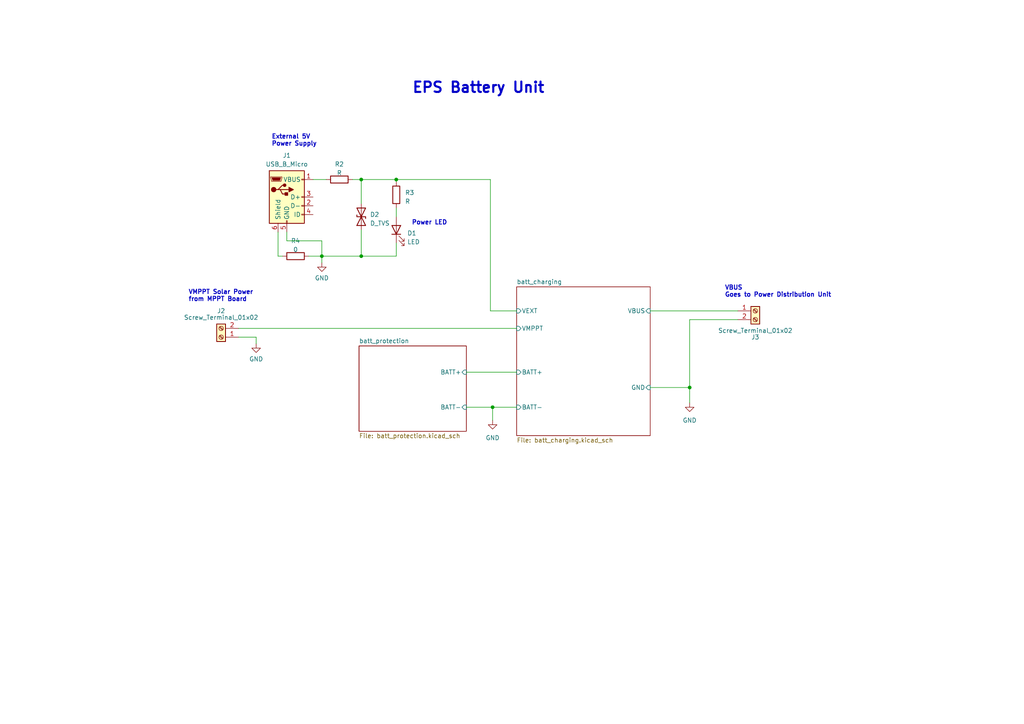
<source format=kicad_sch>
(kicad_sch (version 20250114) (generator "eeschema") (generator_version "9.0")
  (paper "A4")
  (title_block (title "EPS Battery Unit") (date "2024-07-16") (rev "v1.0") (company "IIT Bombay Student Satellite Program") (comment 1 "Author: Ameya Marakarkandy"))
  (lib_symbols
    (symbol "Connector:Screw_Terminal_01x02" (pin_names (offset 1.016) (hide yes))
      (property "Reference" "J" (at 0 2.54 0))
      (property "Value" "Screw_Terminal_01x02" (at 0 -5.08 0))
      (symbol "Screw_Terminal_01x02_1_1"
        (rectangle (start -1.27 1.27) (end 1.27 -3.81) (stroke (width 0.254)) (fill (type background)))
        (polyline (pts (xy -0.5334 0.3302) (xy 0.3302 -0.508)) (stroke (width 0.1524)))
        (polyline (pts (xy -0.5334 -2.2098) (xy 0.3302 -3.048)) (stroke (width 0.1524)))
        (polyline (pts (xy -0.3556 0.508) (xy 0.508 -0.3302)) (stroke (width 0.1524)))
        (polyline (pts (xy -0.3556 -2.032) (xy 0.508 -2.8702)) (stroke (width 0.1524)))
        (circle (center 0 0) (radius 0.635) (stroke (width 0.1524)))
        (circle (center 0 -2.54) (radius 0.635) (stroke (width 0.1524)))
        (pin passive line (at -5.08 0 0) (length 3.81) (name "Pin_1") (number "1"))
        (pin passive line (at -5.08 -2.54 0) (length 3.81) (name "Pin_2") (number "2"))
      )
    )
    (symbol "Connector:USB_B_Micro" (pin_names (offset 1.016))
      (property "Reference" "J" (at -5.08 11.43 0))
      (property "Value" "USB_B_Micro" (at -5.08 8.89 0))
      (symbol "USB_B_Micro_0_1"
        (rectangle (start -5.08 -7.62) (end 5.08 7.62) (stroke (width 0.254)) (fill (type background)))
        (polyline (pts (xy -4.699 5.842) (xy -4.699 5.588) (xy -4.445 4.826) (xy -4.445 4.572) (xy -1.651 4.572) (xy -1.651 4.826) (xy -1.397 5.588) (xy -1.397 5.842) (xy -4.699 5.842)))
        (polyline (pts (xy -4.318 5.588) (xy -1.778 5.588) (xy -2.032 4.826) (xy -4.064 4.826) (xy -4.318 5.588)) (fill (type outline)))
        (circle (center -3.81 2.159) (radius 0.635) (stroke (width 0.254)) (fill (type outline)))
        (polyline (pts (xy -3.175 2.159) (xy -2.54 2.159) (xy -1.27 3.429) (xy -0.635 3.429)) (stroke (width 0.254)))
        (polyline (pts (xy -2.54 2.159) (xy -1.905 2.159) (xy -1.27 0.889) (xy 0 0.889)) (stroke (width 0.254)))
        (polyline (pts (xy -1.905 2.159) (xy 0.635 2.159)) (stroke (width 0.254)))
        (circle (center -0.635 3.429) (radius 0.381) (stroke (width 0.254)) (fill (type outline)))
        (rectangle (start -0.127 -7.62) (end 0.127 -6.858))
        (rectangle (start 0.254 1.27) (end -0.508 0.508) (stroke (width 0.254)) (fill (type outline)))
        (polyline (pts (xy 0.635 2.794) (xy 0.635 1.524) (xy 1.905 2.159) (xy 0.635 2.794)) (stroke (width 0.254)) (fill (type outline)))
        (rectangle (start 5.08 4.953) (end 4.318 5.207))
        (rectangle (start 5.08 -0.127) (end 4.318 0.127))
        (rectangle (start 5.08 -2.667) (end 4.318 -2.413))
        (rectangle (start 5.08 -5.207) (end 4.318 -4.953))
      )
      (symbol "USB_B_Micro_1_1"
        (pin passive line (at -2.54 -10.16 90) (length 2.54) (name "Shield") (number "6"))
        (pin power_out line (at 0 -10.16 90) (length 2.54) (name "GND") (number "5"))
        (pin power_out line (at 7.62 5.08 180) (length 2.54) (name "VBUS") (number "1"))
        (pin bidirectional line (at 7.62 0 180) (length 2.54) (name "D+") (number "3"))
        (pin bidirectional line (at 7.62 -2.54 180) (length 2.54) (name "D-") (number "2"))
        (pin passive line (at 7.62 -5.08 180) (length 2.54) (name "ID") (number "4"))
      )
    )
    (symbol "Device:D_TVS" (pin_numbers (hide yes)) (pin_names (offset 1.016) (hide yes))
      (property "Reference" "D" (at 0 2.54 0))
      (property "Value" "D_TVS" (at 0 -2.54 0))
      (symbol "D_TVS_0_1"
        (polyline (pts (xy -2.54 1.27) (xy -2.54 -1.27) (xy 2.54 1.27) (xy 2.54 -1.27) (xy -2.54 1.27)) (stroke (width 0.254)))
        (polyline (pts (xy 0.508 1.27) (xy 0 1.27) (xy 0 -1.27) (xy -0.508 -1.27)) (stroke (width 0.254)))
        (polyline (pts (xy 1.27 0) (xy -1.27 0)))
      )
      (symbol "D_TVS_1_1"
        (pin passive line (at -3.81 0 0) (length 2.54) (name "A1") (number "1"))
        (pin passive line (at 3.81 0 180) (length 2.54) (name "A2") (number "2"))
      )
    )
    (symbol "Device:LED" (pin_numbers (hide yes)) (pin_names (offset 1.016) (hide yes))
      (property "Reference" "D" (at 0 2.54 0))
      (property "Value" "LED" (at 0 -2.54 0))
      (symbol "LED_0_1"
        (polyline (pts (xy -3.048 -0.762) (xy -4.572 -2.286) (xy -3.81 -2.286) (xy -4.572 -2.286) (xy -4.572 -1.524)))
        (polyline (pts (xy -1.778 -0.762) (xy -3.302 -2.286) (xy -2.54 -2.286) (xy -3.302 -2.286) (xy -3.302 -1.524)))
        (polyline (pts (xy -1.27 0) (xy 1.27 0)))
        (polyline (pts (xy -1.27 -1.27) (xy -1.27 1.27)) (stroke (width 0.254)))
        (polyline (pts (xy 1.27 -1.27) (xy 1.27 1.27) (xy -1.27 0) (xy 1.27 -1.27)) (stroke (width 0.254)))
      )
      (symbol "LED_1_1"
        (pin passive line (at -3.81 0 0) (length 2.54) (name "K") (number "1"))
        (pin passive line (at 3.81 0 180) (length 2.54) (name "A") (number "2"))
      )
    )
    (symbol "Device:R" (pin_numbers (hide yes)) (pin_names (offset 0))
      (property "Reference" "R" (at 2.032 0 90))
      (property "Value" "R" (at 0 0 90))
      (symbol "R_0_1"
        (rectangle (start -1.016 -2.54) (end 1.016 2.54) (stroke (width 0.254)))
      )
      (symbol "R_1_1"
        (pin passive line (at 0 3.81 270) (length 1.27) (name "~") (number "1"))
        (pin passive line (at 0 -3.81 90) (length 1.27) (name "~") (number "2"))
      )
    )
    (symbol "power:GND" (power) (pin_names (offset 0))
      (property "Value" "GND" (at 0 -3.81 0))
      (symbol "GND_0_1"
        (polyline (pts (xy 0 0) (xy 0 -1.27) (xy 1.27 -1.27) (xy 0 -2.54) (xy -1.27 -1.27) (xy 0 -1.27)))
      )
      (symbol "GND_1_1"
        (pin power_in line (at 0 0 270) (length 0) (hide yes) (name "GND") (number "1"))
      )
    )
  )
  (text "VMPPT Solar Power\nfrom MPPT Board" (at 54.61 87.63 0) (effects (font (size 1.27 1.27) (bold yes)) (justify left bottom)))
  (text "Power LED" (at 119.38 65.405 0) (effects (font (size 1.27 1.27) (bold yes)) (justify left bottom)))
  (text "EPS Battery Unit" (at 119.38 27.305 0) (effects (font (size 3 3) (thickness 0.6) (bold yes)) (justify left bottom)))
  (text "VBUS\nGoes to Power Distribution Unit" (at 210.185 86.36 0) (effects (font (size 1.27 1.27) (bold yes)) (justify left bottom)))
  (text "External 5V \nPower Supply" (at 78.74 42.545 0) (effects (font (size 1.27 1.27) (bold yes)) (justify left bottom)))
  (junction (at 93.345 74.295))
  (junction (at 200.025 112.395))
  (junction (at 142.875 118.11))
  (junction (at 104.775 52.07))
  (junction (at 104.775 74.295))
  (junction (at 114.935 52.07))
  (wire (pts (xy 102.235 52.07) (xy 104.775 52.07)))
  (wire (pts (xy 200.025 112.395) (xy 200.025 116.84)))
  (wire (pts (xy 200.025 92.71) (xy 200.025 112.395)))
  (wire (pts (xy 104.775 66.675) (xy 104.775 74.295)))
  (wire (pts (xy 83.185 67.31) (xy 83.185 69.85)))
  (wire (pts (xy 114.935 52.07) (xy 114.935 52.705)))
  (wire (pts (xy 104.775 74.295) (xy 114.935 74.295)))
  (wire (pts (xy 114.935 74.295) (xy 114.935 70.485)))
  (wire (pts (xy 114.935 60.325) (xy 114.935 62.865)))
  (wire (pts (xy 104.775 52.07) (xy 114.935 52.07)))
  (wire (pts (xy 69.215 95.25) (xy 149.86 95.25)))
  (wire (pts (xy 188.595 90.17) (xy 213.995 90.17)))
  (wire (pts (xy 93.345 74.295) (xy 93.345 76.2)))
  (wire (pts (xy 142.24 52.07) (xy 142.24 90.17)))
  (wire (pts (xy 93.345 74.295) (xy 104.775 74.295)))
  (wire (pts (xy 188.595 112.395) (xy 200.025 112.395)))
  (wire (pts (xy 135.255 118.11) (xy 142.875 118.11)))
  (wire (pts (xy 80.645 74.295) (xy 81.915 74.295)))
  (wire (pts (xy 135.255 107.95) (xy 149.86 107.95)))
  (wire (pts (xy 93.345 69.85) (xy 93.345 74.295)))
  (wire (pts (xy 142.875 118.11) (xy 149.86 118.11)))
  (wire (pts (xy 80.645 67.31) (xy 80.645 74.295)))
  (wire (pts (xy 69.215 97.79) (xy 74.295 97.79)))
  (wire (pts (xy 104.775 52.07) (xy 104.775 59.055)))
  (wire (pts (xy 142.875 118.11) (xy 142.875 121.92)))
  (wire (pts (xy 114.935 52.07) (xy 142.24 52.07)))
  (wire (pts (xy 213.995 92.71) (xy 200.025 92.71)))
  (wire (pts (xy 74.295 97.79) (xy 74.295 99.695)))
  (wire (pts (xy 83.185 69.85) (xy 93.345 69.85)))
  (wire (pts (xy 89.535 74.295) (xy 93.345 74.295)))
  (wire (pts (xy 142.24 90.17) (xy 149.86 90.17)))
  (wire (pts (xy 90.805 52.07) (xy 94.615 52.07)))
  (symbol (lib_id "Device:R") (at 85.725 74.295 90) (unit 1)
    (property "Reference" "R4" (at 85.725 69.85 90))
    (property "Value" "0" (at 85.725 72.39 90))
  )
  (symbol (lib_id "Device:LED") (at 114.935 66.675 90) (unit 1)
    (property "Reference" "D1" (at 118.11 67.6275 90) (effects (justify right)))
    (property "Value" "LED" (at 118.11 70.1675 90) (effects (justify right)))
  )
  (symbol (lib_id "power:GND") (at 93.345 76.2 0) (unit 1)
    (property "Reference" "#PWR05" (effects (hide yes)))
    (property "Value" "GND" (at 93.345 80.645 0))
  )
  (symbol (lib_id "Device:R") (at 114.935 56.515 180) (unit 1)
    (property "Reference" "R3" (at 117.475 55.88 0) (effects (justify right)))
    (property "Value" "R" (at 117.475 58.42 0) (effects (justify right)))
  )
  (symbol (lib_id "power:GND") (at 200.025 116.84 0) (unit 1)
    (property "Reference" "#PWR09" (effects (hide yes)))
    (property "Value" "GND" (at 200.025 121.92 0))
  )
  (symbol (lib_id "power:GND") (at 74.295 99.695 0) (unit 1)
    (property "Reference" "#PWR06" (effects (hide yes)))
    (property "Value" "GND" (at 74.295 104.14 0))
  )
  (symbol (lib_id "Device:R") (at 98.425 52.07 90) (unit 1)
    (property "Reference" "R2" (at 98.425 47.625 90))
    (property "Value" "R" (at 98.425 50.165 90))
  )
  (symbol (lib_id "Connector:Screw_Terminal_01x02") (at 64.135 97.79 180) (unit 1)
    (property "Reference" "J2" (at 64.135 90.17 0))
    (property "Value" "Screw_Terminal_01x02" (at 64.135 92.075 0))
  )
  (symbol (lib_id "power:GND") (at 142.875 121.92 0) (unit 1)
    (property "Reference" "#PWR04" (effects (hide yes)))
    (property "Value" "GND" (at 142.875 127 0))
  )
  (symbol (lib_id "Connector:USB_B_Micro") (at 83.185 57.15 0) (unit 1)
    (property "Reference" "J1" (at 83.185 45.085 0))
    (property "Value" "USB_B_Micro" (at 83.185 47.625 0))
  )
  (symbol (lib_id "Device:D_TVS") (at 104.775 62.865 90) (unit 1)
    (property "Reference" "D2" (at 107.315 62.23 90) (effects (justify right)))
    (property "Value" "D_TVS" (at 107.315 64.77 90) (effects (justify right)))
  )
  (symbol (lib_id "Connector:Screw_Terminal_01x02") (at 219.075 90.17 0) (unit 1)
    (property "Reference" "J3" (at 219.075 97.79 0))
    (property "Value" "Screw_Terminal_01x02" (at 219.075 95.885 0))
  )
  (sheet (at 104.14 100.33) (size 31.115 24.765) (stroke (width 0.1524))
    (property "Sheetname" "batt_protection" (at 104.14 99.6184 0) (effects (justify left bottom)))
    (property "Sheetfile" "batt_protection.kicad_sch" (at 104.14 125.6796 0) (effects (justify left top)))
    (pin "BATT-" input (at 135.255 118.11 0))
    (pin "BATT+" input (at 135.255 107.95 0))
  )
  (sheet (at 149.86 83.185) (size 38.735 43.18) (stroke (width 0.1524))
    (property "Sheetname" "batt_charging" (at 149.86 82.4734 0) (effects (justify left bottom)))
    (property "Sheetfile" "batt_charging.kicad_sch" (at 149.86 126.9496 0) (effects (justify left top)))
    (pin "BATT-" input (at 149.86 118.11 180))
    (pin "BATT+" input (at 149.86 107.95 180))
    (pin "VEXT" input (at 149.86 90.17 180))
    (pin "VMPPT" input (at 149.86 95.25 180))
    (pin "VBUS" input (at 188.595 90.17 0))
    (pin "GND" input (at 188.595 112.395 0))
  )
)
</source>
